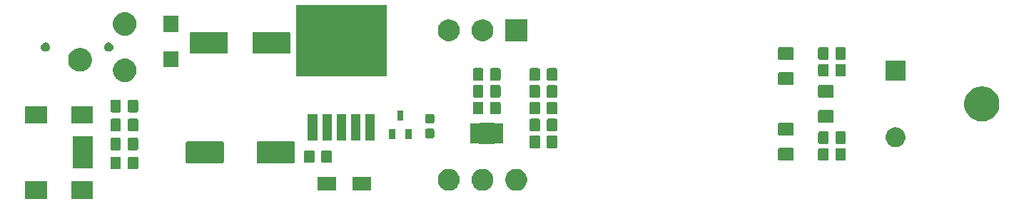
<source format=gbr>
G04 #@! TF.GenerationSoftware,KiCad,Pcbnew,(5.1.0)-1*
G04 #@! TF.CreationDate,2022-11-08T16:58:41+01:00*
G04 #@! TF.ProjectId,DualPressure_V1,4475616c-5072-4657-9373-7572655f5631,rev?*
G04 #@! TF.SameCoordinates,Original*
G04 #@! TF.FileFunction,Soldermask,Top*
G04 #@! TF.FilePolarity,Negative*
%FSLAX46Y46*%
G04 Gerber Fmt 4.6, Leading zero omitted, Abs format (unit mm)*
G04 Created by KiCad (PCBNEW (5.1.0)-1) date 2022-11-08 16:58:41*
%MOMM*%
%LPD*%
G04 APERTURE LIST*
%ADD10C,0.100000*%
G04 APERTURE END LIST*
D10*
G36*
X132051000Y-110751000D02*
G01*
X129449000Y-110751000D01*
X129449000Y-108649000D01*
X132051000Y-108649000D01*
X132051000Y-110751000D01*
X132051000Y-110751000D01*
G37*
G36*
X126551000Y-110751000D02*
G01*
X123949000Y-110751000D01*
X123949000Y-108649000D01*
X126551000Y-108649000D01*
X126551000Y-110751000D01*
X126551000Y-110751000D01*
G37*
G36*
X160851000Y-109801000D02*
G01*
X158649000Y-109801000D01*
X158649000Y-108199000D01*
X160851000Y-108199000D01*
X160851000Y-109801000D01*
X160851000Y-109801000D01*
G37*
G36*
X165051000Y-109801000D02*
G01*
X162849000Y-109801000D01*
X162849000Y-108199000D01*
X165051000Y-108199000D01*
X165051000Y-109801000D01*
X165051000Y-109801000D01*
G37*
G36*
X178629487Y-107248996D02*
G01*
X178866253Y-107347068D01*
X178866255Y-107347069D01*
X179079339Y-107489447D01*
X179260553Y-107670661D01*
X179402932Y-107883747D01*
X179501004Y-108120513D01*
X179551000Y-108371861D01*
X179551000Y-108628139D01*
X179501004Y-108879487D01*
X179402932Y-109116253D01*
X179402931Y-109116255D01*
X179260553Y-109329339D01*
X179079339Y-109510553D01*
X178866255Y-109652931D01*
X178866254Y-109652932D01*
X178866253Y-109652932D01*
X178629487Y-109751004D01*
X178378139Y-109801000D01*
X178121861Y-109801000D01*
X177870513Y-109751004D01*
X177633747Y-109652932D01*
X177633746Y-109652932D01*
X177633745Y-109652931D01*
X177420661Y-109510553D01*
X177239447Y-109329339D01*
X177097069Y-109116255D01*
X177097068Y-109116253D01*
X176998996Y-108879487D01*
X176949000Y-108628139D01*
X176949000Y-108371861D01*
X176998996Y-108120513D01*
X177097068Y-107883747D01*
X177239447Y-107670661D01*
X177420661Y-107489447D01*
X177633745Y-107347069D01*
X177633747Y-107347068D01*
X177870513Y-107248996D01*
X178121861Y-107199000D01*
X178378139Y-107199000D01*
X178629487Y-107248996D01*
X178629487Y-107248996D01*
G37*
G36*
X174629487Y-107248996D02*
G01*
X174866253Y-107347068D01*
X174866255Y-107347069D01*
X175079339Y-107489447D01*
X175260553Y-107670661D01*
X175402932Y-107883747D01*
X175501004Y-108120513D01*
X175551000Y-108371861D01*
X175551000Y-108628139D01*
X175501004Y-108879487D01*
X175402932Y-109116253D01*
X175402931Y-109116255D01*
X175260553Y-109329339D01*
X175079339Y-109510553D01*
X174866255Y-109652931D01*
X174866254Y-109652932D01*
X174866253Y-109652932D01*
X174629487Y-109751004D01*
X174378139Y-109801000D01*
X174121861Y-109801000D01*
X173870513Y-109751004D01*
X173633747Y-109652932D01*
X173633746Y-109652932D01*
X173633745Y-109652931D01*
X173420661Y-109510553D01*
X173239447Y-109329339D01*
X173097069Y-109116255D01*
X173097068Y-109116253D01*
X172998996Y-108879487D01*
X172949000Y-108628139D01*
X172949000Y-108371861D01*
X172998996Y-108120513D01*
X173097068Y-107883747D01*
X173239447Y-107670661D01*
X173420661Y-107489447D01*
X173633745Y-107347069D01*
X173633747Y-107347068D01*
X173870513Y-107248996D01*
X174121861Y-107199000D01*
X174378139Y-107199000D01*
X174629487Y-107248996D01*
X174629487Y-107248996D01*
G37*
G36*
X182629487Y-107248996D02*
G01*
X182866253Y-107347068D01*
X182866255Y-107347069D01*
X183079339Y-107489447D01*
X183260553Y-107670661D01*
X183402932Y-107883747D01*
X183501004Y-108120513D01*
X183551000Y-108371861D01*
X183551000Y-108628139D01*
X183501004Y-108879487D01*
X183402932Y-109116253D01*
X183402931Y-109116255D01*
X183260553Y-109329339D01*
X183079339Y-109510553D01*
X182866255Y-109652931D01*
X182866254Y-109652932D01*
X182866253Y-109652932D01*
X182629487Y-109751004D01*
X182378139Y-109801000D01*
X182121861Y-109801000D01*
X181870513Y-109751004D01*
X181633747Y-109652932D01*
X181633746Y-109652932D01*
X181633745Y-109652931D01*
X181420661Y-109510553D01*
X181239447Y-109329339D01*
X181097069Y-109116255D01*
X181097068Y-109116253D01*
X180998996Y-108879487D01*
X180949000Y-108628139D01*
X180949000Y-108371861D01*
X180998996Y-108120513D01*
X181097068Y-107883747D01*
X181239447Y-107670661D01*
X181420661Y-107489447D01*
X181633745Y-107347069D01*
X181633747Y-107347068D01*
X181870513Y-107248996D01*
X182121861Y-107199000D01*
X182378139Y-107199000D01*
X182629487Y-107248996D01*
X182629487Y-107248996D01*
G37*
G36*
X137238674Y-105753465D02*
G01*
X137276367Y-105764899D01*
X137311103Y-105783466D01*
X137341548Y-105808452D01*
X137366534Y-105838897D01*
X137385101Y-105873633D01*
X137396535Y-105911326D01*
X137401000Y-105956661D01*
X137401000Y-107043339D01*
X137396535Y-107088674D01*
X137385101Y-107126367D01*
X137366534Y-107161103D01*
X137341548Y-107191548D01*
X137311103Y-107216534D01*
X137276367Y-107235101D01*
X137238674Y-107246535D01*
X137193339Y-107251000D01*
X136356661Y-107251000D01*
X136311326Y-107246535D01*
X136273633Y-107235101D01*
X136238897Y-107216534D01*
X136208452Y-107191548D01*
X136183466Y-107161103D01*
X136164899Y-107126367D01*
X136153465Y-107088674D01*
X136149000Y-107043339D01*
X136149000Y-105956661D01*
X136153465Y-105911326D01*
X136164899Y-105873633D01*
X136183466Y-105838897D01*
X136208452Y-105808452D01*
X136238897Y-105783466D01*
X136273633Y-105764899D01*
X136311326Y-105753465D01*
X136356661Y-105749000D01*
X137193339Y-105749000D01*
X137238674Y-105753465D01*
X137238674Y-105753465D01*
G37*
G36*
X135188674Y-105753465D02*
G01*
X135226367Y-105764899D01*
X135261103Y-105783466D01*
X135291548Y-105808452D01*
X135316534Y-105838897D01*
X135335101Y-105873633D01*
X135346535Y-105911326D01*
X135351000Y-105956661D01*
X135351000Y-107043339D01*
X135346535Y-107088674D01*
X135335101Y-107126367D01*
X135316534Y-107161103D01*
X135291548Y-107191548D01*
X135261103Y-107216534D01*
X135226367Y-107235101D01*
X135188674Y-107246535D01*
X135143339Y-107251000D01*
X134306661Y-107251000D01*
X134261326Y-107246535D01*
X134223633Y-107235101D01*
X134188897Y-107216534D01*
X134158452Y-107191548D01*
X134133466Y-107161103D01*
X134114899Y-107126367D01*
X134103465Y-107088674D01*
X134099000Y-107043339D01*
X134099000Y-105956661D01*
X134103465Y-105911326D01*
X134114899Y-105873633D01*
X134133466Y-105838897D01*
X134158452Y-105808452D01*
X134188897Y-105783466D01*
X134223633Y-105764899D01*
X134261326Y-105753465D01*
X134306661Y-105749000D01*
X135143339Y-105749000D01*
X135188674Y-105753465D01*
X135188674Y-105753465D01*
G37*
G36*
X132051000Y-107151000D02*
G01*
X129649000Y-107151000D01*
X129649000Y-103349000D01*
X132051000Y-103349000D01*
X132051000Y-107151000D01*
X132051000Y-107151000D01*
G37*
G36*
X147421934Y-103952671D02*
G01*
X147451877Y-103961754D01*
X147479465Y-103976500D01*
X147503651Y-103996349D01*
X147523500Y-104020535D01*
X147538246Y-104048123D01*
X147547329Y-104078066D01*
X147551000Y-104115340D01*
X147551000Y-106384660D01*
X147547329Y-106421934D01*
X147538246Y-106451877D01*
X147523500Y-106479465D01*
X147503651Y-106503651D01*
X147479465Y-106523500D01*
X147451877Y-106538246D01*
X147421934Y-106547329D01*
X147384660Y-106551000D01*
X143215340Y-106551000D01*
X143178066Y-106547329D01*
X143148123Y-106538246D01*
X143120535Y-106523500D01*
X143096349Y-106503651D01*
X143076500Y-106479465D01*
X143061754Y-106451877D01*
X143052671Y-106421934D01*
X143049000Y-106384660D01*
X143049000Y-104115340D01*
X143052671Y-104078066D01*
X143061754Y-104048123D01*
X143076500Y-104020535D01*
X143096349Y-103996349D01*
X143120535Y-103976500D01*
X143148123Y-103961754D01*
X143178066Y-103952671D01*
X143215340Y-103949000D01*
X147384660Y-103949000D01*
X147421934Y-103952671D01*
X147421934Y-103952671D01*
G37*
G36*
X155821934Y-103952671D02*
G01*
X155851877Y-103961754D01*
X155879465Y-103976500D01*
X155903651Y-103996349D01*
X155923500Y-104020535D01*
X155938246Y-104048123D01*
X155947329Y-104078066D01*
X155951000Y-104115340D01*
X155951000Y-106384660D01*
X155947329Y-106421934D01*
X155938246Y-106451877D01*
X155923500Y-106479465D01*
X155903651Y-106503651D01*
X155879465Y-106523500D01*
X155851877Y-106538246D01*
X155821934Y-106547329D01*
X155784660Y-106551000D01*
X151615340Y-106551000D01*
X151578066Y-106547329D01*
X151548123Y-106538246D01*
X151520535Y-106523500D01*
X151496349Y-106503651D01*
X151476500Y-106479465D01*
X151461754Y-106451877D01*
X151452671Y-106421934D01*
X151449000Y-106384660D01*
X151449000Y-104115340D01*
X151452671Y-104078066D01*
X151461754Y-104048123D01*
X151476500Y-104020535D01*
X151496349Y-103996349D01*
X151520535Y-103976500D01*
X151548123Y-103961754D01*
X151578066Y-103952671D01*
X151615340Y-103949000D01*
X155784660Y-103949000D01*
X155821934Y-103952671D01*
X155821934Y-103952671D01*
G37*
G36*
X160213674Y-105003465D02*
G01*
X160251367Y-105014899D01*
X160286103Y-105033466D01*
X160316548Y-105058452D01*
X160341534Y-105088897D01*
X160360101Y-105123633D01*
X160371535Y-105161326D01*
X160376000Y-105206661D01*
X160376000Y-106293339D01*
X160371535Y-106338674D01*
X160360101Y-106376367D01*
X160341534Y-106411103D01*
X160316548Y-106441548D01*
X160286103Y-106466534D01*
X160251367Y-106485101D01*
X160213674Y-106496535D01*
X160168339Y-106501000D01*
X159331661Y-106501000D01*
X159286326Y-106496535D01*
X159248633Y-106485101D01*
X159213897Y-106466534D01*
X159183452Y-106441548D01*
X159158466Y-106411103D01*
X159139899Y-106376367D01*
X159128465Y-106338674D01*
X159124000Y-106293339D01*
X159124000Y-105206661D01*
X159128465Y-105161326D01*
X159139899Y-105123633D01*
X159158466Y-105088897D01*
X159183452Y-105058452D01*
X159213897Y-105033466D01*
X159248633Y-105014899D01*
X159286326Y-105003465D01*
X159331661Y-104999000D01*
X160168339Y-104999000D01*
X160213674Y-105003465D01*
X160213674Y-105003465D01*
G37*
G36*
X158163674Y-105003465D02*
G01*
X158201367Y-105014899D01*
X158236103Y-105033466D01*
X158266548Y-105058452D01*
X158291534Y-105088897D01*
X158310101Y-105123633D01*
X158321535Y-105161326D01*
X158326000Y-105206661D01*
X158326000Y-106293339D01*
X158321535Y-106338674D01*
X158310101Y-106376367D01*
X158291534Y-106411103D01*
X158266548Y-106441548D01*
X158236103Y-106466534D01*
X158201367Y-106485101D01*
X158163674Y-106496535D01*
X158118339Y-106501000D01*
X157281661Y-106501000D01*
X157236326Y-106496535D01*
X157198633Y-106485101D01*
X157163897Y-106466534D01*
X157133452Y-106441548D01*
X157108466Y-106411103D01*
X157089899Y-106376367D01*
X157078465Y-106338674D01*
X157074000Y-106293339D01*
X157074000Y-105206661D01*
X157078465Y-105161326D01*
X157089899Y-105123633D01*
X157108466Y-105088897D01*
X157133452Y-105058452D01*
X157163897Y-105033466D01*
X157198633Y-105014899D01*
X157236326Y-105003465D01*
X157281661Y-104999000D01*
X158118339Y-104999000D01*
X158163674Y-105003465D01*
X158163674Y-105003465D01*
G37*
G36*
X219163674Y-104753465D02*
G01*
X219201367Y-104764899D01*
X219236103Y-104783466D01*
X219266548Y-104808452D01*
X219291534Y-104838897D01*
X219310101Y-104873633D01*
X219321535Y-104911326D01*
X219326000Y-104956661D01*
X219326000Y-106043339D01*
X219321535Y-106088674D01*
X219310101Y-106126367D01*
X219291534Y-106161103D01*
X219266548Y-106191548D01*
X219236103Y-106216534D01*
X219201367Y-106235101D01*
X219163674Y-106246535D01*
X219118339Y-106251000D01*
X218281661Y-106251000D01*
X218236326Y-106246535D01*
X218198633Y-106235101D01*
X218163897Y-106216534D01*
X218133452Y-106191548D01*
X218108466Y-106161103D01*
X218089899Y-106126367D01*
X218078465Y-106088674D01*
X218074000Y-106043339D01*
X218074000Y-104956661D01*
X218078465Y-104911326D01*
X218089899Y-104873633D01*
X218108466Y-104838897D01*
X218133452Y-104808452D01*
X218163897Y-104783466D01*
X218198633Y-104764899D01*
X218236326Y-104753465D01*
X218281661Y-104749000D01*
X219118339Y-104749000D01*
X219163674Y-104753465D01*
X219163674Y-104753465D01*
G37*
G36*
X221213674Y-104753465D02*
G01*
X221251367Y-104764899D01*
X221286103Y-104783466D01*
X221316548Y-104808452D01*
X221341534Y-104838897D01*
X221360101Y-104873633D01*
X221371535Y-104911326D01*
X221376000Y-104956661D01*
X221376000Y-106043339D01*
X221371535Y-106088674D01*
X221360101Y-106126367D01*
X221341534Y-106161103D01*
X221316548Y-106191548D01*
X221286103Y-106216534D01*
X221251367Y-106235101D01*
X221213674Y-106246535D01*
X221168339Y-106251000D01*
X220331661Y-106251000D01*
X220286326Y-106246535D01*
X220248633Y-106235101D01*
X220213897Y-106216534D01*
X220183452Y-106191548D01*
X220158466Y-106161103D01*
X220139899Y-106126367D01*
X220128465Y-106088674D01*
X220124000Y-106043339D01*
X220124000Y-104956661D01*
X220128465Y-104911326D01*
X220139899Y-104873633D01*
X220158466Y-104838897D01*
X220183452Y-104808452D01*
X220213897Y-104783466D01*
X220248633Y-104764899D01*
X220286326Y-104753465D01*
X220331661Y-104749000D01*
X221168339Y-104749000D01*
X221213674Y-104753465D01*
X221213674Y-104753465D01*
G37*
G36*
X215025562Y-104715681D02*
G01*
X215060481Y-104726274D01*
X215092663Y-104743476D01*
X215120873Y-104766627D01*
X215144024Y-104794837D01*
X215161226Y-104827019D01*
X215171819Y-104861938D01*
X215176000Y-104904395D01*
X215176000Y-106045605D01*
X215171819Y-106088062D01*
X215161226Y-106122981D01*
X215144024Y-106155163D01*
X215120873Y-106183373D01*
X215092663Y-106206524D01*
X215060481Y-106223726D01*
X215025562Y-106234319D01*
X214983105Y-106238500D01*
X213516895Y-106238500D01*
X213474438Y-106234319D01*
X213439519Y-106223726D01*
X213407337Y-106206524D01*
X213379127Y-106183373D01*
X213355976Y-106155163D01*
X213338774Y-106122981D01*
X213328181Y-106088062D01*
X213324000Y-106045605D01*
X213324000Y-104904395D01*
X213328181Y-104861938D01*
X213338774Y-104827019D01*
X213355976Y-104794837D01*
X213379127Y-104766627D01*
X213407337Y-104743476D01*
X213439519Y-104726274D01*
X213474438Y-104715681D01*
X213516895Y-104711500D01*
X214983105Y-104711500D01*
X215025562Y-104715681D01*
X215025562Y-104715681D01*
G37*
G36*
X135188674Y-103503465D02*
G01*
X135226367Y-103514899D01*
X135261103Y-103533466D01*
X135291548Y-103558452D01*
X135316534Y-103588897D01*
X135335101Y-103623633D01*
X135346535Y-103661326D01*
X135351000Y-103706661D01*
X135351000Y-104793339D01*
X135346535Y-104838674D01*
X135335101Y-104876367D01*
X135316534Y-104911103D01*
X135291548Y-104941548D01*
X135261103Y-104966534D01*
X135226367Y-104985101D01*
X135188674Y-104996535D01*
X135143339Y-105001000D01*
X134306661Y-105001000D01*
X134261326Y-104996535D01*
X134223633Y-104985101D01*
X134188897Y-104966534D01*
X134158452Y-104941548D01*
X134133466Y-104911103D01*
X134114899Y-104876367D01*
X134103465Y-104838674D01*
X134099000Y-104793339D01*
X134099000Y-103706661D01*
X134103465Y-103661326D01*
X134114899Y-103623633D01*
X134133466Y-103588897D01*
X134158452Y-103558452D01*
X134188897Y-103533466D01*
X134223633Y-103514899D01*
X134261326Y-103503465D01*
X134306661Y-103499000D01*
X135143339Y-103499000D01*
X135188674Y-103503465D01*
X135188674Y-103503465D01*
G37*
G36*
X137238674Y-103503465D02*
G01*
X137276367Y-103514899D01*
X137311103Y-103533466D01*
X137341548Y-103558452D01*
X137366534Y-103588897D01*
X137385101Y-103623633D01*
X137396535Y-103661326D01*
X137401000Y-103706661D01*
X137401000Y-104793339D01*
X137396535Y-104838674D01*
X137385101Y-104876367D01*
X137366534Y-104911103D01*
X137341548Y-104941548D01*
X137311103Y-104966534D01*
X137276367Y-104985101D01*
X137238674Y-104996535D01*
X137193339Y-105001000D01*
X136356661Y-105001000D01*
X136311326Y-104996535D01*
X136273633Y-104985101D01*
X136238897Y-104966534D01*
X136208452Y-104941548D01*
X136183466Y-104911103D01*
X136164899Y-104876367D01*
X136153465Y-104838674D01*
X136149000Y-104793339D01*
X136149000Y-103706661D01*
X136153465Y-103661326D01*
X136164899Y-103623633D01*
X136183466Y-103588897D01*
X136208452Y-103558452D01*
X136238897Y-103533466D01*
X136273633Y-103514899D01*
X136311326Y-103503465D01*
X136356661Y-103499000D01*
X137193339Y-103499000D01*
X137238674Y-103503465D01*
X137238674Y-103503465D01*
G37*
G36*
X184913674Y-103253465D02*
G01*
X184951367Y-103264899D01*
X184986103Y-103283466D01*
X185016548Y-103308452D01*
X185041534Y-103338897D01*
X185060101Y-103373633D01*
X185071535Y-103411326D01*
X185076000Y-103456661D01*
X185076000Y-104543339D01*
X185071535Y-104588674D01*
X185060101Y-104626367D01*
X185041534Y-104661103D01*
X185016548Y-104691548D01*
X184986103Y-104716534D01*
X184951367Y-104735101D01*
X184913674Y-104746535D01*
X184868339Y-104751000D01*
X184031661Y-104751000D01*
X183986326Y-104746535D01*
X183948633Y-104735101D01*
X183913897Y-104716534D01*
X183883452Y-104691548D01*
X183858466Y-104661103D01*
X183839899Y-104626367D01*
X183828465Y-104588674D01*
X183824000Y-104543339D01*
X183824000Y-103456661D01*
X183828465Y-103411326D01*
X183839899Y-103373633D01*
X183858466Y-103338897D01*
X183883452Y-103308452D01*
X183913897Y-103283466D01*
X183948633Y-103264899D01*
X183986326Y-103253465D01*
X184031661Y-103249000D01*
X184868339Y-103249000D01*
X184913674Y-103253465D01*
X184913674Y-103253465D01*
G37*
G36*
X186963674Y-103253465D02*
G01*
X187001367Y-103264899D01*
X187036103Y-103283466D01*
X187066548Y-103308452D01*
X187091534Y-103338897D01*
X187110101Y-103373633D01*
X187121535Y-103411326D01*
X187126000Y-103456661D01*
X187126000Y-104543339D01*
X187121535Y-104588674D01*
X187110101Y-104626367D01*
X187091534Y-104661103D01*
X187066548Y-104691548D01*
X187036103Y-104716534D01*
X187001367Y-104735101D01*
X186963674Y-104746535D01*
X186918339Y-104751000D01*
X186081661Y-104751000D01*
X186036326Y-104746535D01*
X185998633Y-104735101D01*
X185963897Y-104716534D01*
X185933452Y-104691548D01*
X185908466Y-104661103D01*
X185889899Y-104626367D01*
X185878465Y-104588674D01*
X185874000Y-104543339D01*
X185874000Y-103456661D01*
X185878465Y-103411326D01*
X185889899Y-103373633D01*
X185908466Y-103338897D01*
X185933452Y-103308452D01*
X185963897Y-103283466D01*
X185998633Y-103264899D01*
X186036326Y-103253465D01*
X186081661Y-103249000D01*
X186918339Y-103249000D01*
X186963674Y-103253465D01*
X186963674Y-103253465D01*
G37*
G36*
X227441560Y-102289064D02*
G01*
X227593027Y-102319193D01*
X227807045Y-102407842D01*
X227807046Y-102407843D01*
X227999654Y-102536539D01*
X228163461Y-102700346D01*
X228219000Y-102783466D01*
X228292158Y-102892955D01*
X228380807Y-103106973D01*
X228380807Y-103106975D01*
X228426000Y-103334173D01*
X228426000Y-103565827D01*
X228410936Y-103641560D01*
X228380807Y-103793027D01*
X228292158Y-104007045D01*
X228267907Y-104043339D01*
X228163461Y-104199654D01*
X227999654Y-104363461D01*
X227871249Y-104449258D01*
X227807045Y-104492158D01*
X227593027Y-104580807D01*
X227441560Y-104610936D01*
X227365827Y-104626000D01*
X227134173Y-104626000D01*
X227058440Y-104610936D01*
X226906973Y-104580807D01*
X226692955Y-104492158D01*
X226628751Y-104449258D01*
X226500346Y-104363461D01*
X226336539Y-104199654D01*
X226232093Y-104043339D01*
X226207842Y-104007045D01*
X226119193Y-103793027D01*
X226089064Y-103641560D01*
X226074000Y-103565827D01*
X226074000Y-103334173D01*
X226119193Y-103106975D01*
X226119193Y-103106973D01*
X226207842Y-102892955D01*
X226281000Y-102783466D01*
X226336539Y-102700346D01*
X226500346Y-102536539D01*
X226692954Y-102407843D01*
X226692955Y-102407842D01*
X226906973Y-102319193D01*
X227058440Y-102289064D01*
X227134173Y-102274000D01*
X227365827Y-102274000D01*
X227441560Y-102289064D01*
X227441560Y-102289064D01*
G37*
G36*
X221213674Y-102753465D02*
G01*
X221251367Y-102764899D01*
X221286103Y-102783466D01*
X221316548Y-102808452D01*
X221341534Y-102838897D01*
X221360101Y-102873633D01*
X221371535Y-102911326D01*
X221376000Y-102956661D01*
X221376000Y-104043339D01*
X221371535Y-104088674D01*
X221360101Y-104126367D01*
X221341534Y-104161103D01*
X221316548Y-104191548D01*
X221286103Y-104216534D01*
X221251367Y-104235101D01*
X221213674Y-104246535D01*
X221168339Y-104251000D01*
X220331661Y-104251000D01*
X220286326Y-104246535D01*
X220248633Y-104235101D01*
X220213897Y-104216534D01*
X220183452Y-104191548D01*
X220158466Y-104161103D01*
X220139899Y-104126367D01*
X220128465Y-104088674D01*
X220124000Y-104043339D01*
X220124000Y-102956661D01*
X220128465Y-102911326D01*
X220139899Y-102873633D01*
X220158466Y-102838897D01*
X220183452Y-102808452D01*
X220213897Y-102783466D01*
X220248633Y-102764899D01*
X220286326Y-102753465D01*
X220331661Y-102749000D01*
X221168339Y-102749000D01*
X221213674Y-102753465D01*
X221213674Y-102753465D01*
G37*
G36*
X179637611Y-101762389D02*
G01*
X179656553Y-101777934D01*
X179678164Y-101789485D01*
X179701613Y-101796598D01*
X179725999Y-101799000D01*
X180676000Y-101799000D01*
X180676000Y-104201000D01*
X179725999Y-104201000D01*
X179701613Y-104203402D01*
X179678164Y-104210515D01*
X179656553Y-104222066D01*
X179637611Y-104237611D01*
X179626623Y-104251000D01*
X177873377Y-104251000D01*
X177862389Y-104237611D01*
X177843447Y-104222066D01*
X177821836Y-104210515D01*
X177798387Y-104203402D01*
X177774001Y-104201000D01*
X176824000Y-104201000D01*
X176824000Y-101799000D01*
X177774001Y-101799000D01*
X177798387Y-101796598D01*
X177821836Y-101789485D01*
X177843447Y-101777934D01*
X177862389Y-101762389D01*
X177873377Y-101749000D01*
X179626623Y-101749000D01*
X179637611Y-101762389D01*
X179637611Y-101762389D01*
G37*
G36*
X219163674Y-102753465D02*
G01*
X219201367Y-102764899D01*
X219236103Y-102783466D01*
X219266548Y-102808452D01*
X219291534Y-102838897D01*
X219310101Y-102873633D01*
X219321535Y-102911326D01*
X219326000Y-102956661D01*
X219326000Y-104043339D01*
X219321535Y-104088674D01*
X219310101Y-104126367D01*
X219291534Y-104161103D01*
X219266548Y-104191548D01*
X219236103Y-104216534D01*
X219201367Y-104235101D01*
X219163674Y-104246535D01*
X219118339Y-104251000D01*
X218281661Y-104251000D01*
X218236326Y-104246535D01*
X218198633Y-104235101D01*
X218163897Y-104216534D01*
X218133452Y-104191548D01*
X218108466Y-104161103D01*
X218089899Y-104126367D01*
X218078465Y-104088674D01*
X218074000Y-104043339D01*
X218074000Y-102956661D01*
X218078465Y-102911326D01*
X218089899Y-102873633D01*
X218108466Y-102838897D01*
X218133452Y-102808452D01*
X218163897Y-102783466D01*
X218198633Y-102764899D01*
X218236326Y-102753465D01*
X218281661Y-102749000D01*
X219118339Y-102749000D01*
X219163674Y-102753465D01*
X219163674Y-102753465D01*
G37*
G36*
X158655000Y-103881000D02*
G01*
X157537000Y-103881000D01*
X157537000Y-100729000D01*
X158655000Y-100729000D01*
X158655000Y-103881000D01*
X158655000Y-103881000D01*
G37*
G36*
X160357000Y-103881000D02*
G01*
X159239000Y-103881000D01*
X159239000Y-100729000D01*
X160357000Y-100729000D01*
X160357000Y-103881000D01*
X160357000Y-103881000D01*
G37*
G36*
X163761000Y-103881000D02*
G01*
X162643000Y-103881000D01*
X162643000Y-100729000D01*
X163761000Y-100729000D01*
X163761000Y-103881000D01*
X163761000Y-103881000D01*
G37*
G36*
X165463000Y-103881000D02*
G01*
X164345000Y-103881000D01*
X164345000Y-100729000D01*
X165463000Y-100729000D01*
X165463000Y-103881000D01*
X165463000Y-103881000D01*
G37*
G36*
X162059000Y-103881000D02*
G01*
X160941000Y-103881000D01*
X160941000Y-100729000D01*
X162059000Y-100729000D01*
X162059000Y-103881000D01*
X162059000Y-103881000D01*
G37*
G36*
X167916000Y-103676000D02*
G01*
X167164000Y-103676000D01*
X167164000Y-102524000D01*
X167916000Y-102524000D01*
X167916000Y-103676000D01*
X167916000Y-103676000D01*
G37*
G36*
X169836000Y-103676000D02*
G01*
X169084000Y-103676000D01*
X169084000Y-102524000D01*
X169836000Y-102524000D01*
X169836000Y-103676000D01*
X169836000Y-103676000D01*
G37*
G36*
X172364499Y-102428445D02*
G01*
X172401995Y-102439820D01*
X172436554Y-102458292D01*
X172466847Y-102483153D01*
X172491708Y-102513446D01*
X172510180Y-102548005D01*
X172521555Y-102585501D01*
X172526000Y-102630638D01*
X172526000Y-103369362D01*
X172521555Y-103414499D01*
X172510180Y-103451995D01*
X172491708Y-103486554D01*
X172466847Y-103516847D01*
X172436554Y-103541708D01*
X172401995Y-103560180D01*
X172364499Y-103571555D01*
X172319362Y-103576000D01*
X171680638Y-103576000D01*
X171635501Y-103571555D01*
X171598005Y-103560180D01*
X171563446Y-103541708D01*
X171533153Y-103516847D01*
X171508292Y-103486554D01*
X171489820Y-103451995D01*
X171478445Y-103414499D01*
X171474000Y-103369362D01*
X171474000Y-102630638D01*
X171478445Y-102585501D01*
X171489820Y-102548005D01*
X171508292Y-102513446D01*
X171533153Y-102483153D01*
X171563446Y-102458292D01*
X171598005Y-102439820D01*
X171635501Y-102428445D01*
X171680638Y-102424000D01*
X172319362Y-102424000D01*
X172364499Y-102428445D01*
X172364499Y-102428445D01*
G37*
G36*
X215025562Y-101740681D02*
G01*
X215060481Y-101751274D01*
X215092663Y-101768476D01*
X215120873Y-101791627D01*
X215144024Y-101819837D01*
X215161226Y-101852019D01*
X215171819Y-101886938D01*
X215176000Y-101929395D01*
X215176000Y-103070605D01*
X215171819Y-103113062D01*
X215161226Y-103147981D01*
X215144024Y-103180163D01*
X215120873Y-103208373D01*
X215092663Y-103231524D01*
X215060481Y-103248726D01*
X215025562Y-103259319D01*
X214983105Y-103263500D01*
X213516895Y-103263500D01*
X213474438Y-103259319D01*
X213439519Y-103248726D01*
X213407337Y-103231524D01*
X213379127Y-103208373D01*
X213355976Y-103180163D01*
X213338774Y-103147981D01*
X213328181Y-103113062D01*
X213324000Y-103070605D01*
X213324000Y-101929395D01*
X213328181Y-101886938D01*
X213338774Y-101852019D01*
X213355976Y-101819837D01*
X213379127Y-101791627D01*
X213407337Y-101768476D01*
X213439519Y-101751274D01*
X213474438Y-101740681D01*
X213516895Y-101736500D01*
X214983105Y-101736500D01*
X215025562Y-101740681D01*
X215025562Y-101740681D01*
G37*
G36*
X137238674Y-101253465D02*
G01*
X137276367Y-101264899D01*
X137311103Y-101283466D01*
X137341548Y-101308452D01*
X137366534Y-101338897D01*
X137385101Y-101373633D01*
X137396535Y-101411326D01*
X137401000Y-101456661D01*
X137401000Y-102543339D01*
X137396535Y-102588674D01*
X137385101Y-102626367D01*
X137366534Y-102661103D01*
X137341548Y-102691548D01*
X137311103Y-102716534D01*
X137276367Y-102735101D01*
X137238674Y-102746535D01*
X137193339Y-102751000D01*
X136356661Y-102751000D01*
X136311326Y-102746535D01*
X136273633Y-102735101D01*
X136238897Y-102716534D01*
X136208452Y-102691548D01*
X136183466Y-102661103D01*
X136164899Y-102626367D01*
X136153465Y-102588674D01*
X136149000Y-102543339D01*
X136149000Y-101456661D01*
X136153465Y-101411326D01*
X136164899Y-101373633D01*
X136183466Y-101338897D01*
X136208452Y-101308452D01*
X136238897Y-101283466D01*
X136273633Y-101264899D01*
X136311326Y-101253465D01*
X136356661Y-101249000D01*
X137193339Y-101249000D01*
X137238674Y-101253465D01*
X137238674Y-101253465D01*
G37*
G36*
X135188674Y-101253465D02*
G01*
X135226367Y-101264899D01*
X135261103Y-101283466D01*
X135291548Y-101308452D01*
X135316534Y-101338897D01*
X135335101Y-101373633D01*
X135346535Y-101411326D01*
X135351000Y-101456661D01*
X135351000Y-102543339D01*
X135346535Y-102588674D01*
X135335101Y-102626367D01*
X135316534Y-102661103D01*
X135291548Y-102691548D01*
X135261103Y-102716534D01*
X135226367Y-102735101D01*
X135188674Y-102746535D01*
X135143339Y-102751000D01*
X134306661Y-102751000D01*
X134261326Y-102746535D01*
X134223633Y-102735101D01*
X134188897Y-102716534D01*
X134158452Y-102691548D01*
X134133466Y-102661103D01*
X134114899Y-102626367D01*
X134103465Y-102588674D01*
X134099000Y-102543339D01*
X134099000Y-101456661D01*
X134103465Y-101411326D01*
X134114899Y-101373633D01*
X134133466Y-101338897D01*
X134158452Y-101308452D01*
X134188897Y-101283466D01*
X134223633Y-101264899D01*
X134261326Y-101253465D01*
X134306661Y-101249000D01*
X135143339Y-101249000D01*
X135188674Y-101253465D01*
X135188674Y-101253465D01*
G37*
G36*
X184913674Y-101253465D02*
G01*
X184951367Y-101264899D01*
X184986103Y-101283466D01*
X185016548Y-101308452D01*
X185041534Y-101338897D01*
X185060101Y-101373633D01*
X185071535Y-101411326D01*
X185076000Y-101456661D01*
X185076000Y-102543339D01*
X185071535Y-102588674D01*
X185060101Y-102626367D01*
X185041534Y-102661103D01*
X185016548Y-102691548D01*
X184986103Y-102716534D01*
X184951367Y-102735101D01*
X184913674Y-102746535D01*
X184868339Y-102751000D01*
X184031661Y-102751000D01*
X183986326Y-102746535D01*
X183948633Y-102735101D01*
X183913897Y-102716534D01*
X183883452Y-102691548D01*
X183858466Y-102661103D01*
X183839899Y-102626367D01*
X183828465Y-102588674D01*
X183824000Y-102543339D01*
X183824000Y-101456661D01*
X183828465Y-101411326D01*
X183839899Y-101373633D01*
X183858466Y-101338897D01*
X183883452Y-101308452D01*
X183913897Y-101283466D01*
X183948633Y-101264899D01*
X183986326Y-101253465D01*
X184031661Y-101249000D01*
X184868339Y-101249000D01*
X184913674Y-101253465D01*
X184913674Y-101253465D01*
G37*
G36*
X186963674Y-101253465D02*
G01*
X187001367Y-101264899D01*
X187036103Y-101283466D01*
X187066548Y-101308452D01*
X187091534Y-101338897D01*
X187110101Y-101373633D01*
X187121535Y-101411326D01*
X187126000Y-101456661D01*
X187126000Y-102543339D01*
X187121535Y-102588674D01*
X187110101Y-102626367D01*
X187091534Y-102661103D01*
X187066548Y-102691548D01*
X187036103Y-102716534D01*
X187001367Y-102735101D01*
X186963674Y-102746535D01*
X186918339Y-102751000D01*
X186081661Y-102751000D01*
X186036326Y-102746535D01*
X185998633Y-102735101D01*
X185963897Y-102716534D01*
X185933452Y-102691548D01*
X185908466Y-102661103D01*
X185889899Y-102626367D01*
X185878465Y-102588674D01*
X185874000Y-102543339D01*
X185874000Y-101456661D01*
X185878465Y-101411326D01*
X185889899Y-101373633D01*
X185908466Y-101338897D01*
X185933452Y-101308452D01*
X185963897Y-101283466D01*
X185998633Y-101264899D01*
X186036326Y-101253465D01*
X186081661Y-101249000D01*
X186918339Y-101249000D01*
X186963674Y-101253465D01*
X186963674Y-101253465D01*
G37*
G36*
X126551000Y-101851000D02*
G01*
X123949000Y-101851000D01*
X123949000Y-99749000D01*
X126551000Y-99749000D01*
X126551000Y-101851000D01*
X126551000Y-101851000D01*
G37*
G36*
X132051000Y-101851000D02*
G01*
X129449000Y-101851000D01*
X129449000Y-99749000D01*
X132051000Y-99749000D01*
X132051000Y-101851000D01*
X132051000Y-101851000D01*
G37*
G36*
X172364499Y-100678445D02*
G01*
X172401995Y-100689820D01*
X172436554Y-100708292D01*
X172466847Y-100733153D01*
X172491708Y-100763446D01*
X172510180Y-100798005D01*
X172521555Y-100835501D01*
X172526000Y-100880638D01*
X172526000Y-101619362D01*
X172521555Y-101664499D01*
X172510180Y-101701995D01*
X172491708Y-101736554D01*
X172466847Y-101766847D01*
X172436554Y-101791708D01*
X172401995Y-101810180D01*
X172364499Y-101821555D01*
X172319362Y-101826000D01*
X171680638Y-101826000D01*
X171635501Y-101821555D01*
X171598005Y-101810180D01*
X171563446Y-101791708D01*
X171533153Y-101766847D01*
X171508292Y-101736554D01*
X171489820Y-101701995D01*
X171478445Y-101664499D01*
X171474000Y-101619362D01*
X171474000Y-100880638D01*
X171478445Y-100835501D01*
X171489820Y-100798005D01*
X171508292Y-100763446D01*
X171533153Y-100733153D01*
X171563446Y-100708292D01*
X171598005Y-100689820D01*
X171635501Y-100678445D01*
X171680638Y-100674000D01*
X172319362Y-100674000D01*
X172364499Y-100678445D01*
X172364499Y-100678445D01*
G37*
G36*
X219775562Y-100228181D02*
G01*
X219810481Y-100238774D01*
X219842663Y-100255976D01*
X219870873Y-100279127D01*
X219894024Y-100307337D01*
X219911226Y-100339519D01*
X219921819Y-100374438D01*
X219926000Y-100416895D01*
X219926000Y-101558105D01*
X219921819Y-101600562D01*
X219911226Y-101635481D01*
X219894024Y-101667663D01*
X219870873Y-101695873D01*
X219842663Y-101719024D01*
X219810481Y-101736226D01*
X219775562Y-101746819D01*
X219733105Y-101751000D01*
X218266895Y-101751000D01*
X218224438Y-101746819D01*
X218189519Y-101736226D01*
X218157337Y-101719024D01*
X218129127Y-101695873D01*
X218105976Y-101667663D01*
X218088774Y-101635481D01*
X218078181Y-101600562D01*
X218074000Y-101558105D01*
X218074000Y-100416895D01*
X218078181Y-100374438D01*
X218088774Y-100339519D01*
X218105976Y-100307337D01*
X218129127Y-100279127D01*
X218157337Y-100255976D01*
X218189519Y-100238774D01*
X218224438Y-100228181D01*
X218266895Y-100224000D01*
X219733105Y-100224000D01*
X219775562Y-100228181D01*
X219775562Y-100228181D01*
G37*
G36*
X237926050Y-97468075D02*
G01*
X238105547Y-97503779D01*
X238483355Y-97660273D01*
X238823373Y-97887465D01*
X239112535Y-98176627D01*
X239339727Y-98516645D01*
X239496221Y-98894453D01*
X239517905Y-99003465D01*
X239575869Y-99294869D01*
X239576000Y-99295532D01*
X239576000Y-99704468D01*
X239496221Y-100105547D01*
X239339727Y-100483355D01*
X239112535Y-100823373D01*
X238823373Y-101112535D01*
X238483355Y-101339727D01*
X238105547Y-101496221D01*
X237980104Y-101521173D01*
X237704470Y-101576000D01*
X237295530Y-101576000D01*
X237019896Y-101521173D01*
X236894453Y-101496221D01*
X236516645Y-101339727D01*
X236176627Y-101112535D01*
X235887465Y-100823373D01*
X235660273Y-100483355D01*
X235503779Y-100105547D01*
X235424000Y-99704468D01*
X235424000Y-99295532D01*
X235424132Y-99294869D01*
X235482095Y-99003465D01*
X235503779Y-98894453D01*
X235660273Y-98516645D01*
X235887465Y-98176627D01*
X236176627Y-97887465D01*
X236516645Y-97660273D01*
X236894453Y-97503779D01*
X237073950Y-97468075D01*
X237295530Y-97424000D01*
X237704470Y-97424000D01*
X237926050Y-97468075D01*
X237926050Y-97468075D01*
G37*
G36*
X168876000Y-101476000D02*
G01*
X168124000Y-101476000D01*
X168124000Y-100324000D01*
X168876000Y-100324000D01*
X168876000Y-101476000D01*
X168876000Y-101476000D01*
G37*
G36*
X178188674Y-99253465D02*
G01*
X178226367Y-99264899D01*
X178261103Y-99283466D01*
X178291548Y-99308452D01*
X178316534Y-99338897D01*
X178335101Y-99373633D01*
X178346535Y-99411326D01*
X178351000Y-99456661D01*
X178351000Y-100543339D01*
X178346535Y-100588674D01*
X178335101Y-100626367D01*
X178316534Y-100661103D01*
X178291548Y-100691548D01*
X178261103Y-100716534D01*
X178226367Y-100735101D01*
X178188674Y-100746535D01*
X178143339Y-100751000D01*
X177306661Y-100751000D01*
X177261326Y-100746535D01*
X177223633Y-100735101D01*
X177188897Y-100716534D01*
X177158452Y-100691548D01*
X177133466Y-100661103D01*
X177114899Y-100626367D01*
X177103465Y-100588674D01*
X177099000Y-100543339D01*
X177099000Y-99456661D01*
X177103465Y-99411326D01*
X177114899Y-99373633D01*
X177133466Y-99338897D01*
X177158452Y-99308452D01*
X177188897Y-99283466D01*
X177223633Y-99264899D01*
X177261326Y-99253465D01*
X177306661Y-99249000D01*
X178143339Y-99249000D01*
X178188674Y-99253465D01*
X178188674Y-99253465D01*
G37*
G36*
X180238674Y-99253465D02*
G01*
X180276367Y-99264899D01*
X180311103Y-99283466D01*
X180341548Y-99308452D01*
X180366534Y-99338897D01*
X180385101Y-99373633D01*
X180396535Y-99411326D01*
X180401000Y-99456661D01*
X180401000Y-100543339D01*
X180396535Y-100588674D01*
X180385101Y-100626367D01*
X180366534Y-100661103D01*
X180341548Y-100691548D01*
X180311103Y-100716534D01*
X180276367Y-100735101D01*
X180238674Y-100746535D01*
X180193339Y-100751000D01*
X179356661Y-100751000D01*
X179311326Y-100746535D01*
X179273633Y-100735101D01*
X179238897Y-100716534D01*
X179208452Y-100691548D01*
X179183466Y-100661103D01*
X179164899Y-100626367D01*
X179153465Y-100588674D01*
X179149000Y-100543339D01*
X179149000Y-99456661D01*
X179153465Y-99411326D01*
X179164899Y-99373633D01*
X179183466Y-99338897D01*
X179208452Y-99308452D01*
X179238897Y-99283466D01*
X179273633Y-99264899D01*
X179311326Y-99253465D01*
X179356661Y-99249000D01*
X180193339Y-99249000D01*
X180238674Y-99253465D01*
X180238674Y-99253465D01*
G37*
G36*
X184913674Y-99253465D02*
G01*
X184951367Y-99264899D01*
X184986103Y-99283466D01*
X185016548Y-99308452D01*
X185041534Y-99338897D01*
X185060101Y-99373633D01*
X185071535Y-99411326D01*
X185076000Y-99456661D01*
X185076000Y-100543339D01*
X185071535Y-100588674D01*
X185060101Y-100626367D01*
X185041534Y-100661103D01*
X185016548Y-100691548D01*
X184986103Y-100716534D01*
X184951367Y-100735101D01*
X184913674Y-100746535D01*
X184868339Y-100751000D01*
X184031661Y-100751000D01*
X183986326Y-100746535D01*
X183948633Y-100735101D01*
X183913897Y-100716534D01*
X183883452Y-100691548D01*
X183858466Y-100661103D01*
X183839899Y-100626367D01*
X183828465Y-100588674D01*
X183824000Y-100543339D01*
X183824000Y-99456661D01*
X183828465Y-99411326D01*
X183839899Y-99373633D01*
X183858466Y-99338897D01*
X183883452Y-99308452D01*
X183913897Y-99283466D01*
X183948633Y-99264899D01*
X183986326Y-99253465D01*
X184031661Y-99249000D01*
X184868339Y-99249000D01*
X184913674Y-99253465D01*
X184913674Y-99253465D01*
G37*
G36*
X186963674Y-99253465D02*
G01*
X187001367Y-99264899D01*
X187036103Y-99283466D01*
X187066548Y-99308452D01*
X187091534Y-99338897D01*
X187110101Y-99373633D01*
X187121535Y-99411326D01*
X187126000Y-99456661D01*
X187126000Y-100543339D01*
X187121535Y-100588674D01*
X187110101Y-100626367D01*
X187091534Y-100661103D01*
X187066548Y-100691548D01*
X187036103Y-100716534D01*
X187001367Y-100735101D01*
X186963674Y-100746535D01*
X186918339Y-100751000D01*
X186081661Y-100751000D01*
X186036326Y-100746535D01*
X185998633Y-100735101D01*
X185963897Y-100716534D01*
X185933452Y-100691548D01*
X185908466Y-100661103D01*
X185889899Y-100626367D01*
X185878465Y-100588674D01*
X185874000Y-100543339D01*
X185874000Y-99456661D01*
X185878465Y-99411326D01*
X185889899Y-99373633D01*
X185908466Y-99338897D01*
X185933452Y-99308452D01*
X185963897Y-99283466D01*
X185998633Y-99264899D01*
X186036326Y-99253465D01*
X186081661Y-99249000D01*
X186918339Y-99249000D01*
X186963674Y-99253465D01*
X186963674Y-99253465D01*
G37*
G36*
X137238674Y-99003465D02*
G01*
X137276367Y-99014899D01*
X137311103Y-99033466D01*
X137341548Y-99058452D01*
X137366534Y-99088897D01*
X137385101Y-99123633D01*
X137396535Y-99161326D01*
X137401000Y-99206661D01*
X137401000Y-100293339D01*
X137396535Y-100338674D01*
X137385101Y-100376367D01*
X137366534Y-100411103D01*
X137341548Y-100441548D01*
X137311103Y-100466534D01*
X137276367Y-100485101D01*
X137238674Y-100496535D01*
X137193339Y-100501000D01*
X136356661Y-100501000D01*
X136311326Y-100496535D01*
X136273633Y-100485101D01*
X136238897Y-100466534D01*
X136208452Y-100441548D01*
X136183466Y-100411103D01*
X136164899Y-100376367D01*
X136153465Y-100338674D01*
X136149000Y-100293339D01*
X136149000Y-99206661D01*
X136153465Y-99161326D01*
X136164899Y-99123633D01*
X136183466Y-99088897D01*
X136208452Y-99058452D01*
X136238897Y-99033466D01*
X136273633Y-99014899D01*
X136311326Y-99003465D01*
X136356661Y-98999000D01*
X137193339Y-98999000D01*
X137238674Y-99003465D01*
X137238674Y-99003465D01*
G37*
G36*
X135188674Y-99003465D02*
G01*
X135226367Y-99014899D01*
X135261103Y-99033466D01*
X135291548Y-99058452D01*
X135316534Y-99088897D01*
X135335101Y-99123633D01*
X135346535Y-99161326D01*
X135351000Y-99206661D01*
X135351000Y-100293339D01*
X135346535Y-100338674D01*
X135335101Y-100376367D01*
X135316534Y-100411103D01*
X135291548Y-100441548D01*
X135261103Y-100466534D01*
X135226367Y-100485101D01*
X135188674Y-100496535D01*
X135143339Y-100501000D01*
X134306661Y-100501000D01*
X134261326Y-100496535D01*
X134223633Y-100485101D01*
X134188897Y-100466534D01*
X134158452Y-100441548D01*
X134133466Y-100411103D01*
X134114899Y-100376367D01*
X134103465Y-100338674D01*
X134099000Y-100293339D01*
X134099000Y-99206661D01*
X134103465Y-99161326D01*
X134114899Y-99123633D01*
X134133466Y-99088897D01*
X134158452Y-99058452D01*
X134188897Y-99033466D01*
X134223633Y-99014899D01*
X134261326Y-99003465D01*
X134306661Y-98999000D01*
X135143339Y-98999000D01*
X135188674Y-99003465D01*
X135188674Y-99003465D01*
G37*
G36*
X219775562Y-97253181D02*
G01*
X219810481Y-97263774D01*
X219842663Y-97280976D01*
X219870873Y-97304127D01*
X219894024Y-97332337D01*
X219911226Y-97364519D01*
X219921819Y-97399438D01*
X219926000Y-97441895D01*
X219926000Y-98583105D01*
X219921819Y-98625562D01*
X219911226Y-98660481D01*
X219894024Y-98692663D01*
X219870873Y-98720873D01*
X219842663Y-98744024D01*
X219810481Y-98761226D01*
X219775562Y-98771819D01*
X219733105Y-98776000D01*
X218266895Y-98776000D01*
X218224438Y-98771819D01*
X218189519Y-98761226D01*
X218157337Y-98744024D01*
X218129127Y-98720873D01*
X218105976Y-98692663D01*
X218088774Y-98660481D01*
X218078181Y-98625562D01*
X218074000Y-98583105D01*
X218074000Y-97441895D01*
X218078181Y-97399438D01*
X218088774Y-97364519D01*
X218105976Y-97332337D01*
X218129127Y-97304127D01*
X218157337Y-97280976D01*
X218189519Y-97263774D01*
X218224438Y-97253181D01*
X218266895Y-97249000D01*
X219733105Y-97249000D01*
X219775562Y-97253181D01*
X219775562Y-97253181D01*
G37*
G36*
X184913674Y-97253465D02*
G01*
X184951367Y-97264899D01*
X184986103Y-97283466D01*
X185016548Y-97308452D01*
X185041534Y-97338897D01*
X185060101Y-97373633D01*
X185071535Y-97411326D01*
X185076000Y-97456661D01*
X185076000Y-98543339D01*
X185071535Y-98588674D01*
X185060101Y-98626367D01*
X185041534Y-98661103D01*
X185016548Y-98691548D01*
X184986103Y-98716534D01*
X184951367Y-98735101D01*
X184913674Y-98746535D01*
X184868339Y-98751000D01*
X184031661Y-98751000D01*
X183986326Y-98746535D01*
X183948633Y-98735101D01*
X183913897Y-98716534D01*
X183883452Y-98691548D01*
X183858466Y-98661103D01*
X183839899Y-98626367D01*
X183828465Y-98588674D01*
X183824000Y-98543339D01*
X183824000Y-97456661D01*
X183828465Y-97411326D01*
X183839899Y-97373633D01*
X183858466Y-97338897D01*
X183883452Y-97308452D01*
X183913897Y-97283466D01*
X183948633Y-97264899D01*
X183986326Y-97253465D01*
X184031661Y-97249000D01*
X184868339Y-97249000D01*
X184913674Y-97253465D01*
X184913674Y-97253465D01*
G37*
G36*
X180238674Y-97253465D02*
G01*
X180276367Y-97264899D01*
X180311103Y-97283466D01*
X180341548Y-97308452D01*
X180366534Y-97338897D01*
X180385101Y-97373633D01*
X180396535Y-97411326D01*
X180401000Y-97456661D01*
X180401000Y-98543339D01*
X180396535Y-98588674D01*
X180385101Y-98626367D01*
X180366534Y-98661103D01*
X180341548Y-98691548D01*
X180311103Y-98716534D01*
X180276367Y-98735101D01*
X180238674Y-98746535D01*
X180193339Y-98751000D01*
X179356661Y-98751000D01*
X179311326Y-98746535D01*
X179273633Y-98735101D01*
X179238897Y-98716534D01*
X179208452Y-98691548D01*
X179183466Y-98661103D01*
X179164899Y-98626367D01*
X179153465Y-98588674D01*
X179149000Y-98543339D01*
X179149000Y-97456661D01*
X179153465Y-97411326D01*
X179164899Y-97373633D01*
X179183466Y-97338897D01*
X179208452Y-97308452D01*
X179238897Y-97283466D01*
X179273633Y-97264899D01*
X179311326Y-97253465D01*
X179356661Y-97249000D01*
X180193339Y-97249000D01*
X180238674Y-97253465D01*
X180238674Y-97253465D01*
G37*
G36*
X178188674Y-97253465D02*
G01*
X178226367Y-97264899D01*
X178261103Y-97283466D01*
X178291548Y-97308452D01*
X178316534Y-97338897D01*
X178335101Y-97373633D01*
X178346535Y-97411326D01*
X178351000Y-97456661D01*
X178351000Y-98543339D01*
X178346535Y-98588674D01*
X178335101Y-98626367D01*
X178316534Y-98661103D01*
X178291548Y-98691548D01*
X178261103Y-98716534D01*
X178226367Y-98735101D01*
X178188674Y-98746535D01*
X178143339Y-98751000D01*
X177306661Y-98751000D01*
X177261326Y-98746535D01*
X177223633Y-98735101D01*
X177188897Y-98716534D01*
X177158452Y-98691548D01*
X177133466Y-98661103D01*
X177114899Y-98626367D01*
X177103465Y-98588674D01*
X177099000Y-98543339D01*
X177099000Y-97456661D01*
X177103465Y-97411326D01*
X177114899Y-97373633D01*
X177133466Y-97338897D01*
X177158452Y-97308452D01*
X177188897Y-97283466D01*
X177223633Y-97264899D01*
X177261326Y-97253465D01*
X177306661Y-97249000D01*
X178143339Y-97249000D01*
X178188674Y-97253465D01*
X178188674Y-97253465D01*
G37*
G36*
X186963674Y-97253465D02*
G01*
X187001367Y-97264899D01*
X187036103Y-97283466D01*
X187066548Y-97308452D01*
X187091534Y-97338897D01*
X187110101Y-97373633D01*
X187121535Y-97411326D01*
X187126000Y-97456661D01*
X187126000Y-98543339D01*
X187121535Y-98588674D01*
X187110101Y-98626367D01*
X187091534Y-98661103D01*
X187066548Y-98691548D01*
X187036103Y-98716534D01*
X187001367Y-98735101D01*
X186963674Y-98746535D01*
X186918339Y-98751000D01*
X186081661Y-98751000D01*
X186036326Y-98746535D01*
X185998633Y-98735101D01*
X185963897Y-98716534D01*
X185933452Y-98691548D01*
X185908466Y-98661103D01*
X185889899Y-98626367D01*
X185878465Y-98588674D01*
X185874000Y-98543339D01*
X185874000Y-97456661D01*
X185878465Y-97411326D01*
X185889899Y-97373633D01*
X185908466Y-97338897D01*
X185933452Y-97308452D01*
X185963897Y-97283466D01*
X185998633Y-97264899D01*
X186036326Y-97253465D01*
X186081661Y-97249000D01*
X186918339Y-97249000D01*
X186963674Y-97253465D01*
X186963674Y-97253465D01*
G37*
G36*
X215025562Y-95740681D02*
G01*
X215060481Y-95751274D01*
X215092663Y-95768476D01*
X215120873Y-95791627D01*
X215144024Y-95819837D01*
X215161226Y-95852019D01*
X215171819Y-95886938D01*
X215176000Y-95929395D01*
X215176000Y-97070605D01*
X215171819Y-97113062D01*
X215161226Y-97147981D01*
X215144024Y-97180163D01*
X215120873Y-97208373D01*
X215092663Y-97231524D01*
X215060481Y-97248726D01*
X215025562Y-97259319D01*
X214983105Y-97263500D01*
X213516895Y-97263500D01*
X213474438Y-97259319D01*
X213439519Y-97248726D01*
X213407337Y-97231524D01*
X213379127Y-97208373D01*
X213355976Y-97180163D01*
X213338774Y-97147981D01*
X213328181Y-97113062D01*
X213324000Y-97070605D01*
X213324000Y-95929395D01*
X213328181Y-95886938D01*
X213338774Y-95852019D01*
X213355976Y-95819837D01*
X213379127Y-95791627D01*
X213407337Y-95768476D01*
X213439519Y-95751274D01*
X213474438Y-95740681D01*
X213516895Y-95736500D01*
X214983105Y-95736500D01*
X215025562Y-95740681D01*
X215025562Y-95740681D01*
G37*
G36*
X136104278Y-94130038D02*
G01*
X136209240Y-94150916D01*
X136464570Y-94256677D01*
X136694361Y-94410218D01*
X136889782Y-94605639D01*
X137043323Y-94835430D01*
X137077117Y-94917017D01*
X137149084Y-95090761D01*
X137203000Y-95361815D01*
X137203000Y-95638185D01*
X137174463Y-95781648D01*
X137149084Y-95909240D01*
X137043323Y-96164570D01*
X136889782Y-96394361D01*
X136694361Y-96589782D01*
X136464570Y-96743323D01*
X136209240Y-96849084D01*
X136118888Y-96867056D01*
X135938185Y-96903000D01*
X135661815Y-96903000D01*
X135481112Y-96867056D01*
X135390760Y-96849084D01*
X135135430Y-96743323D01*
X134905639Y-96589782D01*
X134710218Y-96394361D01*
X134556677Y-96164570D01*
X134450916Y-95909240D01*
X134425537Y-95781648D01*
X134397000Y-95638185D01*
X134397000Y-95361815D01*
X134450916Y-95090761D01*
X134522883Y-94917017D01*
X134556677Y-94835430D01*
X134710218Y-94605639D01*
X134905639Y-94410218D01*
X135135430Y-94256677D01*
X135390760Y-94150916D01*
X135495722Y-94130038D01*
X135661815Y-94097000D01*
X135938185Y-94097000D01*
X136104278Y-94130038D01*
X136104278Y-94130038D01*
G37*
G36*
X186963674Y-95253465D02*
G01*
X187001367Y-95264899D01*
X187036103Y-95283466D01*
X187066548Y-95308452D01*
X187091534Y-95338897D01*
X187110101Y-95373633D01*
X187121535Y-95411326D01*
X187126000Y-95456661D01*
X187126000Y-96543339D01*
X187121535Y-96588674D01*
X187110101Y-96626367D01*
X187091534Y-96661103D01*
X187066548Y-96691548D01*
X187036103Y-96716534D01*
X187001367Y-96735101D01*
X186963674Y-96746535D01*
X186918339Y-96751000D01*
X186081661Y-96751000D01*
X186036326Y-96746535D01*
X185998633Y-96735101D01*
X185963897Y-96716534D01*
X185933452Y-96691548D01*
X185908466Y-96661103D01*
X185889899Y-96626367D01*
X185878465Y-96588674D01*
X185874000Y-96543339D01*
X185874000Y-95456661D01*
X185878465Y-95411326D01*
X185889899Y-95373633D01*
X185908466Y-95338897D01*
X185933452Y-95308452D01*
X185963897Y-95283466D01*
X185998633Y-95264899D01*
X186036326Y-95253465D01*
X186081661Y-95249000D01*
X186918339Y-95249000D01*
X186963674Y-95253465D01*
X186963674Y-95253465D01*
G37*
G36*
X180238674Y-95253465D02*
G01*
X180276367Y-95264899D01*
X180311103Y-95283466D01*
X180341548Y-95308452D01*
X180366534Y-95338897D01*
X180385101Y-95373633D01*
X180396535Y-95411326D01*
X180401000Y-95456661D01*
X180401000Y-96543339D01*
X180396535Y-96588674D01*
X180385101Y-96626367D01*
X180366534Y-96661103D01*
X180341548Y-96691548D01*
X180311103Y-96716534D01*
X180276367Y-96735101D01*
X180238674Y-96746535D01*
X180193339Y-96751000D01*
X179356661Y-96751000D01*
X179311326Y-96746535D01*
X179273633Y-96735101D01*
X179238897Y-96716534D01*
X179208452Y-96691548D01*
X179183466Y-96661103D01*
X179164899Y-96626367D01*
X179153465Y-96588674D01*
X179149000Y-96543339D01*
X179149000Y-95456661D01*
X179153465Y-95411326D01*
X179164899Y-95373633D01*
X179183466Y-95338897D01*
X179208452Y-95308452D01*
X179238897Y-95283466D01*
X179273633Y-95264899D01*
X179311326Y-95253465D01*
X179356661Y-95249000D01*
X180193339Y-95249000D01*
X180238674Y-95253465D01*
X180238674Y-95253465D01*
G37*
G36*
X184913674Y-95253465D02*
G01*
X184951367Y-95264899D01*
X184986103Y-95283466D01*
X185016548Y-95308452D01*
X185041534Y-95338897D01*
X185060101Y-95373633D01*
X185071535Y-95411326D01*
X185076000Y-95456661D01*
X185076000Y-96543339D01*
X185071535Y-96588674D01*
X185060101Y-96626367D01*
X185041534Y-96661103D01*
X185016548Y-96691548D01*
X184986103Y-96716534D01*
X184951367Y-96735101D01*
X184913674Y-96746535D01*
X184868339Y-96751000D01*
X184031661Y-96751000D01*
X183986326Y-96746535D01*
X183948633Y-96735101D01*
X183913897Y-96716534D01*
X183883452Y-96691548D01*
X183858466Y-96661103D01*
X183839899Y-96626367D01*
X183828465Y-96588674D01*
X183824000Y-96543339D01*
X183824000Y-95456661D01*
X183828465Y-95411326D01*
X183839899Y-95373633D01*
X183858466Y-95338897D01*
X183883452Y-95308452D01*
X183913897Y-95283466D01*
X183948633Y-95264899D01*
X183986326Y-95253465D01*
X184031661Y-95249000D01*
X184868339Y-95249000D01*
X184913674Y-95253465D01*
X184913674Y-95253465D01*
G37*
G36*
X178188674Y-95253465D02*
G01*
X178226367Y-95264899D01*
X178261103Y-95283466D01*
X178291548Y-95308452D01*
X178316534Y-95338897D01*
X178335101Y-95373633D01*
X178346535Y-95411326D01*
X178351000Y-95456661D01*
X178351000Y-96543339D01*
X178346535Y-96588674D01*
X178335101Y-96626367D01*
X178316534Y-96661103D01*
X178291548Y-96691548D01*
X178261103Y-96716534D01*
X178226367Y-96735101D01*
X178188674Y-96746535D01*
X178143339Y-96751000D01*
X177306661Y-96751000D01*
X177261326Y-96746535D01*
X177223633Y-96735101D01*
X177188897Y-96716534D01*
X177158452Y-96691548D01*
X177133466Y-96661103D01*
X177114899Y-96626367D01*
X177103465Y-96588674D01*
X177099000Y-96543339D01*
X177099000Y-95456661D01*
X177103465Y-95411326D01*
X177114899Y-95373633D01*
X177133466Y-95338897D01*
X177158452Y-95308452D01*
X177188897Y-95283466D01*
X177223633Y-95264899D01*
X177261326Y-95253465D01*
X177306661Y-95249000D01*
X178143339Y-95249000D01*
X178188674Y-95253465D01*
X178188674Y-95253465D01*
G37*
G36*
X228426000Y-96726000D02*
G01*
X226074000Y-96726000D01*
X226074000Y-94374000D01*
X228426000Y-94374000D01*
X228426000Y-96726000D01*
X228426000Y-96726000D01*
G37*
G36*
X219163674Y-94753465D02*
G01*
X219201367Y-94764899D01*
X219236103Y-94783466D01*
X219266548Y-94808452D01*
X219291534Y-94838897D01*
X219310101Y-94873633D01*
X219321535Y-94911326D01*
X219326000Y-94956661D01*
X219326000Y-96043339D01*
X219321535Y-96088674D01*
X219310101Y-96126367D01*
X219291534Y-96161103D01*
X219266548Y-96191548D01*
X219236103Y-96216534D01*
X219201367Y-96235101D01*
X219163674Y-96246535D01*
X219118339Y-96251000D01*
X218281661Y-96251000D01*
X218236326Y-96246535D01*
X218198633Y-96235101D01*
X218163897Y-96216534D01*
X218133452Y-96191548D01*
X218108466Y-96161103D01*
X218089899Y-96126367D01*
X218078465Y-96088674D01*
X218074000Y-96043339D01*
X218074000Y-94956661D01*
X218078465Y-94911326D01*
X218089899Y-94873633D01*
X218108466Y-94838897D01*
X218133452Y-94808452D01*
X218163897Y-94783466D01*
X218198633Y-94764899D01*
X218236326Y-94753465D01*
X218281661Y-94749000D01*
X219118339Y-94749000D01*
X219163674Y-94753465D01*
X219163674Y-94753465D01*
G37*
G36*
X221213674Y-94753465D02*
G01*
X221251367Y-94764899D01*
X221286103Y-94783466D01*
X221316548Y-94808452D01*
X221341534Y-94838897D01*
X221360101Y-94873633D01*
X221371535Y-94911326D01*
X221376000Y-94956661D01*
X221376000Y-96043339D01*
X221371535Y-96088674D01*
X221360101Y-96126367D01*
X221341534Y-96161103D01*
X221316548Y-96191548D01*
X221286103Y-96216534D01*
X221251367Y-96235101D01*
X221213674Y-96246535D01*
X221168339Y-96251000D01*
X220331661Y-96251000D01*
X220286326Y-96246535D01*
X220248633Y-96235101D01*
X220213897Y-96216534D01*
X220183452Y-96191548D01*
X220158466Y-96161103D01*
X220139899Y-96126367D01*
X220128465Y-96088674D01*
X220124000Y-96043339D01*
X220124000Y-94956661D01*
X220128465Y-94911326D01*
X220139899Y-94873633D01*
X220158466Y-94838897D01*
X220183452Y-94808452D01*
X220213897Y-94783466D01*
X220248633Y-94764899D01*
X220286326Y-94753465D01*
X220331661Y-94749000D01*
X221168339Y-94749000D01*
X221213674Y-94753465D01*
X221213674Y-94753465D01*
G37*
G36*
X166881000Y-96241000D02*
G01*
X156119000Y-96241000D01*
X156119000Y-87759000D01*
X166881000Y-87759000D01*
X166881000Y-96241000D01*
X166881000Y-96241000D01*
G37*
G36*
X130818888Y-92882944D02*
G01*
X130909240Y-92900916D01*
X131164570Y-93006677D01*
X131394361Y-93160218D01*
X131589782Y-93355639D01*
X131743323Y-93585430D01*
X131849084Y-93840760D01*
X131849084Y-93840761D01*
X131899776Y-94095605D01*
X131903000Y-94111817D01*
X131903000Y-94388183D01*
X131849084Y-94659240D01*
X131743323Y-94914570D01*
X131589782Y-95144361D01*
X131394361Y-95339782D01*
X131164570Y-95493323D01*
X130909240Y-95599084D01*
X130818888Y-95617056D01*
X130638185Y-95653000D01*
X130361815Y-95653000D01*
X130181112Y-95617056D01*
X130090760Y-95599084D01*
X129835430Y-95493323D01*
X129605639Y-95339782D01*
X129410218Y-95144361D01*
X129256677Y-94914570D01*
X129150916Y-94659240D01*
X129097000Y-94388183D01*
X129097000Y-94111817D01*
X129100225Y-94095605D01*
X129150916Y-93840761D01*
X129150916Y-93840760D01*
X129256677Y-93585430D01*
X129410218Y-93355639D01*
X129605639Y-93160218D01*
X129835430Y-93006677D01*
X130090760Y-92900916D01*
X130181112Y-92882944D01*
X130361815Y-92847000D01*
X130638185Y-92847000D01*
X130818888Y-92882944D01*
X130818888Y-92882944D01*
G37*
G36*
X142136000Y-95161000D02*
G01*
X140364000Y-95161000D01*
X140364000Y-93239000D01*
X142136000Y-93239000D01*
X142136000Y-95161000D01*
X142136000Y-95161000D01*
G37*
G36*
X215025562Y-92765681D02*
G01*
X215060481Y-92776274D01*
X215092663Y-92793476D01*
X215120873Y-92816627D01*
X215144024Y-92844837D01*
X215161226Y-92877019D01*
X215171819Y-92911938D01*
X215176000Y-92954395D01*
X215176000Y-94095605D01*
X215171819Y-94138062D01*
X215161226Y-94172981D01*
X215144024Y-94205163D01*
X215120873Y-94233373D01*
X215092663Y-94256524D01*
X215060481Y-94273726D01*
X215025562Y-94284319D01*
X214983105Y-94288500D01*
X213516895Y-94288500D01*
X213474438Y-94284319D01*
X213439519Y-94273726D01*
X213407337Y-94256524D01*
X213379127Y-94233373D01*
X213355976Y-94205163D01*
X213338774Y-94172981D01*
X213328181Y-94138062D01*
X213324000Y-94095605D01*
X213324000Y-92954395D01*
X213328181Y-92911938D01*
X213338774Y-92877019D01*
X213355976Y-92844837D01*
X213379127Y-92816627D01*
X213407337Y-92793476D01*
X213439519Y-92776274D01*
X213474438Y-92765681D01*
X213516895Y-92761500D01*
X214983105Y-92761500D01*
X215025562Y-92765681D01*
X215025562Y-92765681D01*
G37*
G36*
X219163674Y-92753465D02*
G01*
X219201367Y-92764899D01*
X219236103Y-92783466D01*
X219266548Y-92808452D01*
X219291534Y-92838897D01*
X219310101Y-92873633D01*
X219321535Y-92911326D01*
X219326000Y-92956661D01*
X219326000Y-94043339D01*
X219321535Y-94088674D01*
X219310101Y-94126367D01*
X219291534Y-94161103D01*
X219266548Y-94191548D01*
X219236103Y-94216534D01*
X219201367Y-94235101D01*
X219163674Y-94246535D01*
X219118339Y-94251000D01*
X218281661Y-94251000D01*
X218236326Y-94246535D01*
X218198633Y-94235101D01*
X218163897Y-94216534D01*
X218133452Y-94191548D01*
X218108466Y-94161103D01*
X218089899Y-94126367D01*
X218078465Y-94088674D01*
X218074000Y-94043339D01*
X218074000Y-92956661D01*
X218078465Y-92911326D01*
X218089899Y-92873633D01*
X218108466Y-92838897D01*
X218133452Y-92808452D01*
X218163897Y-92783466D01*
X218198633Y-92764899D01*
X218236326Y-92753465D01*
X218281661Y-92749000D01*
X219118339Y-92749000D01*
X219163674Y-92753465D01*
X219163674Y-92753465D01*
G37*
G36*
X221213674Y-92753465D02*
G01*
X221251367Y-92764899D01*
X221286103Y-92783466D01*
X221316548Y-92808452D01*
X221341534Y-92838897D01*
X221360101Y-92873633D01*
X221371535Y-92911326D01*
X221376000Y-92956661D01*
X221376000Y-94043339D01*
X221371535Y-94088674D01*
X221360101Y-94126367D01*
X221341534Y-94161103D01*
X221316548Y-94191548D01*
X221286103Y-94216534D01*
X221251367Y-94235101D01*
X221213674Y-94246535D01*
X221168339Y-94251000D01*
X220331661Y-94251000D01*
X220286326Y-94246535D01*
X220248633Y-94235101D01*
X220213897Y-94216534D01*
X220183452Y-94191548D01*
X220158466Y-94161103D01*
X220139899Y-94126367D01*
X220128465Y-94088674D01*
X220124000Y-94043339D01*
X220124000Y-92956661D01*
X220128465Y-92911326D01*
X220139899Y-92873633D01*
X220158466Y-92838897D01*
X220183452Y-92808452D01*
X220213897Y-92783466D01*
X220248633Y-92764899D01*
X220286326Y-92753465D01*
X220331661Y-92749000D01*
X221168339Y-92749000D01*
X221213674Y-92753465D01*
X221213674Y-92753465D01*
G37*
G36*
X147921934Y-90952671D02*
G01*
X147951877Y-90961754D01*
X147979465Y-90976500D01*
X148003651Y-90996349D01*
X148023500Y-91020535D01*
X148038246Y-91048123D01*
X148047329Y-91078066D01*
X148051000Y-91115340D01*
X148051000Y-93384660D01*
X148047329Y-93421934D01*
X148038246Y-93451877D01*
X148023500Y-93479465D01*
X148003651Y-93503651D01*
X147979465Y-93523500D01*
X147951877Y-93538246D01*
X147921934Y-93547329D01*
X147884660Y-93551000D01*
X143715340Y-93551000D01*
X143678066Y-93547329D01*
X143648123Y-93538246D01*
X143620535Y-93523500D01*
X143596349Y-93503651D01*
X143576500Y-93479465D01*
X143561754Y-93451877D01*
X143552671Y-93421934D01*
X143549000Y-93384660D01*
X143549000Y-91115340D01*
X143552671Y-91078066D01*
X143561754Y-91048123D01*
X143576500Y-91020535D01*
X143596349Y-90996349D01*
X143620535Y-90976500D01*
X143648123Y-90961754D01*
X143678066Y-90952671D01*
X143715340Y-90949000D01*
X147884660Y-90949000D01*
X147921934Y-90952671D01*
X147921934Y-90952671D01*
G37*
G36*
X155321934Y-90952671D02*
G01*
X155351877Y-90961754D01*
X155379465Y-90976500D01*
X155403651Y-90996349D01*
X155423500Y-91020535D01*
X155438246Y-91048123D01*
X155447329Y-91078066D01*
X155451000Y-91115340D01*
X155451000Y-93384660D01*
X155447329Y-93421934D01*
X155438246Y-93451877D01*
X155423500Y-93479465D01*
X155403651Y-93503651D01*
X155379465Y-93523500D01*
X155351877Y-93538246D01*
X155321934Y-93547329D01*
X155284660Y-93551000D01*
X151115340Y-93551000D01*
X151078066Y-93547329D01*
X151048123Y-93538246D01*
X151020535Y-93523500D01*
X150996349Y-93503651D01*
X150976500Y-93479465D01*
X150961754Y-93451877D01*
X150952671Y-93421934D01*
X150949000Y-93384660D01*
X150949000Y-91115340D01*
X150952671Y-91078066D01*
X150961754Y-91048123D01*
X150976500Y-91020535D01*
X150996349Y-90996349D01*
X151020535Y-90976500D01*
X151048123Y-90961754D01*
X151078066Y-90952671D01*
X151115340Y-90949000D01*
X155284660Y-90949000D01*
X155321934Y-90952671D01*
X155321934Y-90952671D01*
G37*
G36*
X134060721Y-92220174D02*
G01*
X134160995Y-92261709D01*
X134160996Y-92261710D01*
X134251242Y-92322010D01*
X134327990Y-92398758D01*
X134327991Y-92398760D01*
X134388291Y-92489005D01*
X134429826Y-92589279D01*
X134451000Y-92695730D01*
X134451000Y-92804270D01*
X134429826Y-92910721D01*
X134388291Y-93010995D01*
X134388290Y-93010996D01*
X134327990Y-93101242D01*
X134251242Y-93177990D01*
X134205812Y-93208345D01*
X134160995Y-93238291D01*
X134060721Y-93279826D01*
X133954270Y-93301000D01*
X133845730Y-93301000D01*
X133739279Y-93279826D01*
X133639005Y-93238291D01*
X133594188Y-93208345D01*
X133548758Y-93177990D01*
X133472010Y-93101242D01*
X133411710Y-93010996D01*
X133411709Y-93010995D01*
X133370174Y-92910721D01*
X133349000Y-92804270D01*
X133349000Y-92695730D01*
X133370174Y-92589279D01*
X133411709Y-92489005D01*
X133472009Y-92398760D01*
X133472010Y-92398758D01*
X133548758Y-92322010D01*
X133639004Y-92261710D01*
X133639005Y-92261709D01*
X133739279Y-92220174D01*
X133845730Y-92199000D01*
X133954270Y-92199000D01*
X134060721Y-92220174D01*
X134060721Y-92220174D01*
G37*
G36*
X126560721Y-92220174D02*
G01*
X126660995Y-92261709D01*
X126660996Y-92261710D01*
X126751242Y-92322010D01*
X126827990Y-92398758D01*
X126827991Y-92398760D01*
X126888291Y-92489005D01*
X126929826Y-92589279D01*
X126951000Y-92695730D01*
X126951000Y-92804270D01*
X126929826Y-92910721D01*
X126888291Y-93010995D01*
X126888290Y-93010996D01*
X126827990Y-93101242D01*
X126751242Y-93177990D01*
X126705812Y-93208345D01*
X126660995Y-93238291D01*
X126560721Y-93279826D01*
X126454270Y-93301000D01*
X126345730Y-93301000D01*
X126239279Y-93279826D01*
X126139005Y-93238291D01*
X126094188Y-93208345D01*
X126048758Y-93177990D01*
X125972010Y-93101242D01*
X125911710Y-93010996D01*
X125911709Y-93010995D01*
X125870174Y-92910721D01*
X125849000Y-92804270D01*
X125849000Y-92695730D01*
X125870174Y-92589279D01*
X125911709Y-92489005D01*
X125972009Y-92398760D01*
X125972010Y-92398758D01*
X126048758Y-92322010D01*
X126139004Y-92261710D01*
X126139005Y-92261709D01*
X126239279Y-92220174D01*
X126345730Y-92199000D01*
X126454270Y-92199000D01*
X126560721Y-92220174D01*
X126560721Y-92220174D01*
G37*
G36*
X174629487Y-89498996D02*
G01*
X174866253Y-89597068D01*
X174866255Y-89597069D01*
X175079339Y-89739447D01*
X175260553Y-89920661D01*
X175402932Y-90133747D01*
X175501004Y-90370513D01*
X175551000Y-90621861D01*
X175551000Y-90878139D01*
X175501004Y-91129487D01*
X175402932Y-91366253D01*
X175402931Y-91366255D01*
X175260553Y-91579339D01*
X175079339Y-91760553D01*
X174866255Y-91902931D01*
X174866254Y-91902932D01*
X174866253Y-91902932D01*
X174629487Y-92001004D01*
X174378139Y-92051000D01*
X174121861Y-92051000D01*
X173870513Y-92001004D01*
X173633747Y-91902932D01*
X173633746Y-91902932D01*
X173633745Y-91902931D01*
X173420661Y-91760553D01*
X173239447Y-91579339D01*
X173097069Y-91366255D01*
X173097068Y-91366253D01*
X172998996Y-91129487D01*
X172949000Y-90878139D01*
X172949000Y-90621861D01*
X172998996Y-90370513D01*
X173097068Y-90133747D01*
X173239447Y-89920661D01*
X173420661Y-89739447D01*
X173633745Y-89597069D01*
X173633747Y-89597068D01*
X173870513Y-89498996D01*
X174121861Y-89449000D01*
X174378139Y-89449000D01*
X174629487Y-89498996D01*
X174629487Y-89498996D01*
G37*
G36*
X178629487Y-89498996D02*
G01*
X178866253Y-89597068D01*
X178866255Y-89597069D01*
X179079339Y-89739447D01*
X179260553Y-89920661D01*
X179402932Y-90133747D01*
X179501004Y-90370513D01*
X179551000Y-90621861D01*
X179551000Y-90878139D01*
X179501004Y-91129487D01*
X179402932Y-91366253D01*
X179402931Y-91366255D01*
X179260553Y-91579339D01*
X179079339Y-91760553D01*
X178866255Y-91902931D01*
X178866254Y-91902932D01*
X178866253Y-91902932D01*
X178629487Y-92001004D01*
X178378139Y-92051000D01*
X178121861Y-92051000D01*
X177870513Y-92001004D01*
X177633747Y-91902932D01*
X177633746Y-91902932D01*
X177633745Y-91902931D01*
X177420661Y-91760553D01*
X177239447Y-91579339D01*
X177097069Y-91366255D01*
X177097068Y-91366253D01*
X176998996Y-91129487D01*
X176949000Y-90878139D01*
X176949000Y-90621861D01*
X176998996Y-90370513D01*
X177097068Y-90133747D01*
X177239447Y-89920661D01*
X177420661Y-89739447D01*
X177633745Y-89597069D01*
X177633747Y-89597068D01*
X177870513Y-89498996D01*
X178121861Y-89449000D01*
X178378139Y-89449000D01*
X178629487Y-89498996D01*
X178629487Y-89498996D01*
G37*
G36*
X183551000Y-92051000D02*
G01*
X180949000Y-92051000D01*
X180949000Y-89449000D01*
X183551000Y-89449000D01*
X183551000Y-92051000D01*
X183551000Y-92051000D01*
G37*
G36*
X136118888Y-88632944D02*
G01*
X136209240Y-88650916D01*
X136464570Y-88756677D01*
X136694361Y-88910218D01*
X136889782Y-89105639D01*
X137043323Y-89335430D01*
X137149084Y-89590760D01*
X137203000Y-89861817D01*
X137203000Y-90138183D01*
X137149084Y-90409240D01*
X137043323Y-90664570D01*
X136889782Y-90894361D01*
X136694361Y-91089782D01*
X136464570Y-91243323D01*
X136209240Y-91349084D01*
X136122925Y-91366253D01*
X135938185Y-91403000D01*
X135661815Y-91403000D01*
X135477075Y-91366253D01*
X135390760Y-91349084D01*
X135135430Y-91243323D01*
X134905639Y-91089782D01*
X134710218Y-90894361D01*
X134556677Y-90664570D01*
X134450916Y-90409240D01*
X134397000Y-90138183D01*
X134397000Y-89861817D01*
X134450916Y-89590760D01*
X134556677Y-89335430D01*
X134710218Y-89105639D01*
X134905639Y-88910218D01*
X135135430Y-88756677D01*
X135390760Y-88650916D01*
X135481112Y-88632944D01*
X135661815Y-88597000D01*
X135938185Y-88597000D01*
X136118888Y-88632944D01*
X136118888Y-88632944D01*
G37*
G36*
X142136000Y-90961000D02*
G01*
X140364000Y-90961000D01*
X140364000Y-89039000D01*
X142136000Y-89039000D01*
X142136000Y-90961000D01*
X142136000Y-90961000D01*
G37*
M02*

</source>
